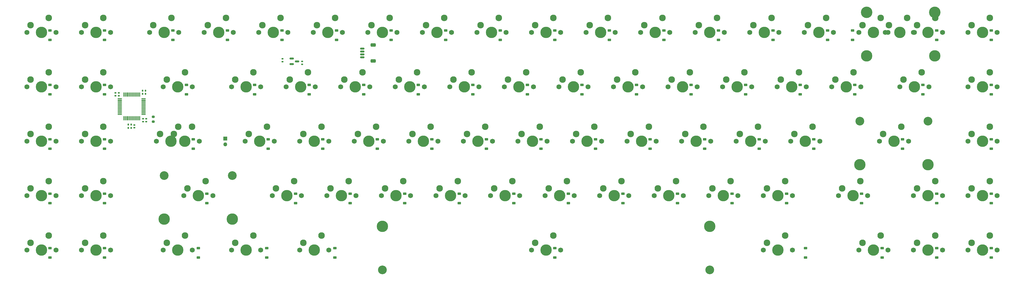
<source format=gbr>
%TF.GenerationSoftware,KiCad,Pcbnew,(7.99.0-267-g8440d7258b)*%
%TF.CreationDate,2024-08-03T18:55:56-07:00*%
%TF.ProjectId,379,3337392e-6b69-4636-9164-5f7063625858,rev?*%
%TF.SameCoordinates,Original*%
%TF.FileFunction,Soldermask,Bot*%
%TF.FilePolarity,Negative*%
%FSLAX46Y46*%
G04 Gerber Fmt 4.6, Leading zero omitted, Abs format (unit mm)*
G04 Created by KiCad (PCBNEW (7.99.0-267-g8440d7258b)) date 2024-08-03 18:55:56*
%MOMM*%
%LPD*%
G01*
G04 APERTURE LIST*
G04 Aperture macros list*
%AMRoundRect*
0 Rectangle with rounded corners*
0 $1 Rounding radius*
0 $2 $3 $4 $5 $6 $7 $8 $9 X,Y pos of 4 corners*
0 Add a 4 corners polygon primitive as box body*
4,1,4,$2,$3,$4,$5,$6,$7,$8,$9,$2,$3,0*
0 Add four circle primitives for the rounded corners*
1,1,$1+$1,$2,$3*
1,1,$1+$1,$4,$5*
1,1,$1+$1,$6,$7*
1,1,$1+$1,$8,$9*
0 Add four rect primitives between the rounded corners*
20,1,$1+$1,$2,$3,$4,$5,0*
20,1,$1+$1,$4,$5,$6,$7,0*
20,1,$1+$1,$6,$7,$8,$9,0*
20,1,$1+$1,$8,$9,$2,$3,0*%
G04 Aperture macros list end*
%ADD10C,1.750000*%
%ADD11C,3.987800*%
%ADD12C,2.300000*%
%ADD13C,3.048000*%
%ADD14C,4.000000*%
%ADD15RoundRect,0.140000X-0.140000X-0.170000X0.140000X-0.170000X0.140000X0.170000X-0.140000X0.170000X0*%
%ADD16RoundRect,0.225000X0.375000X-0.225000X0.375000X0.225000X-0.375000X0.225000X-0.375000X-0.225000X0*%
%ADD17RoundRect,0.140000X0.170000X-0.140000X0.170000X0.140000X-0.170000X0.140000X-0.170000X-0.140000X0*%
%ADD18RoundRect,0.140000X-0.170000X0.140000X-0.170000X-0.140000X0.170000X-0.140000X0.170000X0.140000X0*%
%ADD19RoundRect,0.150000X-0.625000X0.150000X-0.625000X-0.150000X0.625000X-0.150000X0.625000X0.150000X0*%
%ADD20RoundRect,0.250000X-0.650000X0.350000X-0.650000X-0.350000X0.650000X-0.350000X0.650000X0.350000X0*%
%ADD21RoundRect,0.075000X0.075000X-0.662500X0.075000X0.662500X-0.075000X0.662500X-0.075000X-0.662500X0*%
%ADD22RoundRect,0.075000X0.662500X-0.075000X0.662500X0.075000X-0.662500X0.075000X-0.662500X-0.075000X0*%
%ADD23R,1.350000X1.350000*%
%ADD24O,1.350000X1.350000*%
%ADD25RoundRect,0.150000X-0.587500X-0.150000X0.587500X-0.150000X0.587500X0.150000X-0.587500X0.150000X0*%
%ADD26RoundRect,0.200000X-0.275000X0.200000X-0.275000X-0.200000X0.275000X-0.200000X0.275000X0.200000X0*%
G04 APERTURE END LIST*
D10*
%TO.C,SW36*%
X177696000Y-67950000D03*
D11*
X182776000Y-67950000D03*
D10*
X187856000Y-67950000D03*
D12*
X178966000Y-65410000D03*
X185316000Y-62870000D03*
%TD*%
D10*
%TO.C,SW33*%
X168171000Y-87000000D03*
D11*
X173251000Y-87000000D03*
D10*
X178331000Y-87000000D03*
D12*
X169441000Y-84460000D03*
X175791000Y-81920000D03*
%TD*%
D10*
%TO.C,SW10*%
X44346000Y-106050000D03*
D11*
X49426000Y-106050000D03*
D10*
X54506000Y-106050000D03*
D12*
X45616000Y-103510000D03*
X51966000Y-100970000D03*
%TD*%
D10*
%TO.C,SW14*%
X80064750Y-87000000D03*
D11*
X85144750Y-87000000D03*
D10*
X90224750Y-87000000D03*
D12*
X81334750Y-84460000D03*
X87684750Y-81920000D03*
%TD*%
D10*
%TO.C,SW70*%
X315808500Y-29850000D03*
D11*
X320888500Y-29850000D03*
D10*
X325968500Y-29850000D03*
D12*
X317078500Y-27310000D03*
X323428500Y-24770000D03*
%TD*%
D10*
%TO.C,SW51*%
X239608500Y-29850000D03*
D11*
X244688500Y-29850000D03*
D10*
X249768500Y-29850000D03*
D12*
X240878500Y-27310000D03*
X247228500Y-24770000D03*
%TD*%
D10*
%TO.C,SW4*%
X25296000Y-87000000D03*
D11*
X30376000Y-87000000D03*
D10*
X35456000Y-87000000D03*
D12*
X26566000Y-84460000D03*
X32916000Y-81920000D03*
%TD*%
D13*
%TO.C,S3*%
X73238500Y-80015000D03*
D11*
X73238500Y-95255000D03*
D13*
X97051000Y-80015000D03*
D11*
X97051000Y-95255000D03*
%TD*%
D10*
%TO.C,SW76*%
X353908500Y-67950000D03*
D11*
X358988500Y-67950000D03*
D10*
X364068500Y-67950000D03*
D12*
X355178500Y-65410000D03*
X361528500Y-62870000D03*
%TD*%
D10*
%TO.C,SW29*%
X149121000Y-87000000D03*
D11*
X154201000Y-87000000D03*
D10*
X159281000Y-87000000D03*
D12*
X150391000Y-84460000D03*
X156741000Y-81920000D03*
%TD*%
D10*
%TO.C,SW2*%
X25296000Y-48900000D03*
D11*
X30376000Y-48900000D03*
D10*
X35456000Y-48900000D03*
D12*
X26566000Y-46360000D03*
X32916000Y-43820000D03*
%TD*%
D10*
%TO.C,SW78*%
X353908500Y-106050000D03*
D11*
X358988500Y-106050000D03*
D10*
X364068500Y-106050000D03*
D12*
X355178500Y-103510000D03*
X361528500Y-100970000D03*
%TD*%
D13*
%TO.C,S4*%
X263738500Y-113035000D03*
D11*
X263738500Y-97795000D03*
D13*
X149438500Y-113035000D03*
D11*
X149438500Y-97795000D03*
%TD*%
D10*
%TO.C,SW7*%
X44346000Y-48900000D03*
D11*
X49426000Y-48900000D03*
D10*
X54506000Y-48900000D03*
D12*
X45616000Y-46360000D03*
X51966000Y-43820000D03*
%TD*%
D10*
%TO.C,SW1*%
X25296000Y-29850000D03*
D11*
X30376000Y-29850000D03*
D10*
X35456000Y-29850000D03*
D12*
X26566000Y-27310000D03*
X32916000Y-24770000D03*
%TD*%
D10*
%TO.C,SW53*%
X253896000Y-67950000D03*
D11*
X258976000Y-67950000D03*
D10*
X264056000Y-67950000D03*
D12*
X255166000Y-65410000D03*
X261516000Y-62870000D03*
%TD*%
D10*
%TO.C,SW61*%
X277708500Y-29850000D03*
D11*
X282788500Y-29850000D03*
D10*
X287868500Y-29850000D03*
D12*
X278978500Y-27310000D03*
X285328500Y-24770000D03*
%TD*%
D10*
%TO.C,SW44*%
X211033500Y-48900000D03*
D11*
X216113500Y-48900000D03*
D10*
X221193500Y-48900000D03*
D12*
X212303500Y-46360000D03*
X218653500Y-43820000D03*
%TD*%
D10*
%TO.C,SW23*%
X120546000Y-67950000D03*
D11*
X125626000Y-67950000D03*
D10*
X130706000Y-67950000D03*
D12*
X121816000Y-65410000D03*
X128166000Y-62870000D03*
%TD*%
D10*
%TO.C,SW71*%
X330096000Y-48900000D03*
D11*
X335176000Y-48900000D03*
D10*
X340256000Y-48900000D03*
D12*
X331366000Y-46360000D03*
X337716000Y-43820000D03*
%TD*%
D10*
%TO.C,SW9*%
X44346000Y-87000000D03*
D11*
X49426000Y-87000000D03*
D10*
X54506000Y-87000000D03*
D12*
X45616000Y-84460000D03*
X51966000Y-81920000D03*
%TD*%
D10*
%TO.C,SW15*%
X72921000Y-106050000D03*
D11*
X78001000Y-106050000D03*
D10*
X83081000Y-106050000D03*
D12*
X74191000Y-103510000D03*
X80541000Y-100970000D03*
%TD*%
D14*
%TO.C,S1*%
X318507250Y-22865000D03*
D11*
X318507250Y-38105000D03*
D14*
X342319750Y-22865000D03*
D11*
X342319750Y-38105000D03*
%TD*%
D10*
%TO.C,SW25*%
X120546000Y-106050000D03*
D11*
X125626000Y-106050000D03*
D10*
X130706000Y-106050000D03*
D12*
X121816000Y-103510000D03*
X128166000Y-100970000D03*
%TD*%
D10*
%TO.C,SW30*%
X144358500Y-29850000D03*
D11*
X149438500Y-29850000D03*
D10*
X154518500Y-29850000D03*
D12*
X145628500Y-27310000D03*
X151978500Y-24770000D03*
%TD*%
D10*
%TO.C,SW34*%
X163408500Y-29850000D03*
D11*
X168488500Y-29850000D03*
D10*
X173568500Y-29850000D03*
D12*
X164678500Y-27310000D03*
X171028500Y-24770000D03*
%TD*%
D10*
%TO.C,SW24*%
X130071000Y-87000000D03*
D11*
X135151000Y-87000000D03*
D10*
X140231000Y-87000000D03*
D12*
X131341000Y-84460000D03*
X137691000Y-81920000D03*
%TD*%
D10*
%TO.C,SW13*%
X75302250Y-67950000D03*
D11*
X80382250Y-67950000D03*
D10*
X85462250Y-67950000D03*
D12*
X76572250Y-65410000D03*
X82922250Y-62870000D03*
%TD*%
D10*
%TO.C,SW41*%
X206271000Y-87000000D03*
D11*
X211351000Y-87000000D03*
D10*
X216431000Y-87000000D03*
D12*
X207541000Y-84460000D03*
X213891000Y-81920000D03*
%TD*%
D10*
%TO.C,SW5*%
X25296000Y-106050000D03*
D11*
X30376000Y-106050000D03*
D10*
X35456000Y-106050000D03*
D12*
X26566000Y-103510000D03*
X32916000Y-100970000D03*
%TD*%
D10*
%TO.C,SW18*%
X101496000Y-67950000D03*
D11*
X106576000Y-67950000D03*
D10*
X111656000Y-67950000D03*
D12*
X102766000Y-65410000D03*
X109116000Y-62870000D03*
%TD*%
D10*
%TO.C,SW19*%
X111021000Y-87000000D03*
D11*
X116101000Y-87000000D03*
D10*
X121181000Y-87000000D03*
D12*
X112291000Y-84460000D03*
X118641000Y-81920000D03*
%TD*%
D10*
%TO.C,SW75*%
X353908500Y-29850000D03*
D11*
X358988500Y-29850000D03*
D10*
X364068500Y-29850000D03*
D12*
X355178500Y-27310000D03*
X361528500Y-24770000D03*
%TD*%
D10*
%TO.C,SW72*%
X353908500Y-48900000D03*
D11*
X358988500Y-48900000D03*
D10*
X364068500Y-48900000D03*
D12*
X355178500Y-46360000D03*
X361528500Y-43820000D03*
%TD*%
D10*
%TO.C,SW12*%
X72921000Y-48900000D03*
D11*
X78001000Y-48900000D03*
D10*
X83081000Y-48900000D03*
D12*
X74191000Y-46360000D03*
X80541000Y-43820000D03*
%TD*%
D10*
%TO.C,SW3*%
X25296000Y-67950000D03*
D11*
X30376000Y-67950000D03*
D10*
X35456000Y-67950000D03*
D12*
X26566000Y-65410000D03*
X32916000Y-62870000D03*
%TD*%
D10*
%TO.C,SW68*%
X334858500Y-87000000D03*
D11*
X339938500Y-87000000D03*
D10*
X345018500Y-87000000D03*
D12*
X336128500Y-84460000D03*
X342478500Y-81920000D03*
%TD*%
D10*
%TO.C,SW83*%
X325016000Y-29850000D03*
D11*
X330096000Y-29850000D03*
D10*
X335176000Y-29850000D03*
D12*
X326286000Y-27310000D03*
X332636000Y-24770000D03*
%TD*%
D10*
%TO.C,SW50*%
X244371000Y-87000000D03*
D11*
X249451000Y-87000000D03*
D10*
X254531000Y-87000000D03*
D12*
X245641000Y-84460000D03*
X251991000Y-81920000D03*
%TD*%
D10*
%TO.C,SW42*%
X201508500Y-106050000D03*
D11*
X206588500Y-106050000D03*
D10*
X211668500Y-106050000D03*
D12*
X202778500Y-103510000D03*
X209128500Y-100970000D03*
%TD*%
D10*
%TO.C,SW52*%
X249133500Y-48900000D03*
D11*
X254213500Y-48900000D03*
D10*
X259293500Y-48900000D03*
D12*
X250403500Y-46360000D03*
X256753500Y-43820000D03*
%TD*%
D10*
%TO.C,SW77*%
X353908500Y-87000000D03*
D11*
X358988500Y-87000000D03*
D10*
X364068500Y-87000000D03*
D12*
X355178500Y-84460000D03*
X361528500Y-81920000D03*
%TD*%
D10*
%TO.C,SW28*%
X139596000Y-67950000D03*
D11*
X144676000Y-67950000D03*
D10*
X149756000Y-67950000D03*
D12*
X140866000Y-65410000D03*
X147216000Y-62870000D03*
%TD*%
D10*
%TO.C,SW65*%
X296758500Y-29850000D03*
D11*
X301838500Y-29850000D03*
D10*
X306918500Y-29850000D03*
D12*
X298028500Y-27310000D03*
X304378500Y-24770000D03*
%TD*%
D10*
%TO.C,SW54*%
X263421000Y-87000000D03*
D11*
X268501000Y-87000000D03*
D10*
X273581000Y-87000000D03*
D12*
X264691000Y-84460000D03*
X271041000Y-81920000D03*
%TD*%
D10*
%TO.C,SW67*%
X322952250Y-67950000D03*
D11*
X328032250Y-67950000D03*
D10*
X333112250Y-67950000D03*
D12*
X324222250Y-65410000D03*
X330572250Y-62870000D03*
%TD*%
D10*
%TO.C,SW8*%
X44346000Y-67950000D03*
D11*
X49426000Y-67950000D03*
D10*
X54506000Y-67950000D03*
D12*
X45616000Y-65410000D03*
X51966000Y-62870000D03*
%TD*%
D10*
%TO.C,SW48*%
X230083500Y-48900000D03*
D11*
X235163500Y-48900000D03*
D10*
X240243500Y-48900000D03*
D12*
X231353500Y-46360000D03*
X237703500Y-43820000D03*
%TD*%
D10*
%TO.C,SW20*%
X96733500Y-106050000D03*
D11*
X101813500Y-106050000D03*
D10*
X106893500Y-106050000D03*
D12*
X98003500Y-103510000D03*
X104353500Y-100970000D03*
%TD*%
D10*
%TO.C,SW69*%
X315808500Y-106050000D03*
D11*
X320888500Y-106050000D03*
D10*
X325968500Y-106050000D03*
D12*
X317078500Y-103510000D03*
X323428500Y-100970000D03*
%TD*%
D10*
%TO.C,SW66*%
X306283500Y-48900000D03*
D11*
X311363500Y-48900000D03*
D10*
X316443500Y-48900000D03*
D12*
X307553500Y-46360000D03*
X313903500Y-43820000D03*
%TD*%
D10*
%TO.C,SW56*%
X258658500Y-29850000D03*
D11*
X263738500Y-29850000D03*
D10*
X268818500Y-29850000D03*
D12*
X259928500Y-27310000D03*
X266278500Y-24770000D03*
%TD*%
D10*
%TO.C,SW40*%
X196746000Y-67950000D03*
D11*
X201826000Y-67950000D03*
D10*
X206906000Y-67950000D03*
D12*
X198016000Y-65410000D03*
X204366000Y-62870000D03*
%TD*%
D10*
%TO.C,SW22*%
X115783500Y-48900000D03*
D11*
X120863500Y-48900000D03*
D10*
X125943500Y-48900000D03*
D12*
X117053500Y-46360000D03*
X123403500Y-43820000D03*
%TD*%
D10*
%TO.C,SW60*%
X282471000Y-106050000D03*
D11*
X287551000Y-106050000D03*
D10*
X292631000Y-106050000D03*
D12*
X283741000Y-103510000D03*
X290091000Y-100970000D03*
%TD*%
D10*
%TO.C,SW46*%
X225321000Y-87000000D03*
D11*
X230401000Y-87000000D03*
D10*
X235481000Y-87000000D03*
D12*
X226591000Y-84460000D03*
X232941000Y-81920000D03*
%TD*%
D10*
%TO.C,SW37*%
X187221000Y-87000000D03*
D11*
X192301000Y-87000000D03*
D10*
X197381000Y-87000000D03*
D12*
X188491000Y-84460000D03*
X194841000Y-81920000D03*
%TD*%
D10*
%TO.C,SW31*%
X153883500Y-48900000D03*
D11*
X158963500Y-48900000D03*
D10*
X164043500Y-48900000D03*
D12*
X155153500Y-46360000D03*
X161503500Y-43820000D03*
%TD*%
D10*
%TO.C,SW43*%
X201508500Y-29850000D03*
D11*
X206588500Y-29850000D03*
D10*
X211668500Y-29850000D03*
D12*
X202778500Y-27310000D03*
X209128500Y-24770000D03*
%TD*%
D10*
%TO.C,SW11*%
X68158500Y-29850000D03*
D11*
X73238500Y-29850000D03*
D10*
X78318500Y-29850000D03*
D12*
X69428500Y-27310000D03*
X75778500Y-24770000D03*
%TD*%
D10*
%TO.C,SW47*%
X220558500Y-29850000D03*
D11*
X225638500Y-29850000D03*
D10*
X230718500Y-29850000D03*
D12*
X221828500Y-27310000D03*
X228178500Y-24770000D03*
%TD*%
D10*
%TO.C,SW27*%
X134833500Y-48900000D03*
D11*
X139913500Y-48900000D03*
D10*
X144993500Y-48900000D03*
D12*
X136103500Y-46360000D03*
X142453500Y-43820000D03*
%TD*%
D10*
%TO.C,SW35*%
X172933500Y-48900000D03*
D11*
X178013500Y-48900000D03*
D10*
X183093500Y-48900000D03*
D12*
X174203500Y-46360000D03*
X180553500Y-43820000D03*
%TD*%
D10*
%TO.C,SW6*%
X44346000Y-29850000D03*
D11*
X49426000Y-29850000D03*
D10*
X54506000Y-29850000D03*
D12*
X45616000Y-27310000D03*
X51966000Y-24770000D03*
%TD*%
D10*
%TO.C,SW45*%
X215796000Y-67950000D03*
D11*
X220876000Y-67950000D03*
D10*
X225956000Y-67950000D03*
D12*
X217066000Y-65410000D03*
X223416000Y-62870000D03*
%TD*%
D10*
%TO.C,SW59*%
X282471000Y-87000000D03*
D11*
X287551000Y-87000000D03*
D10*
X292631000Y-87000000D03*
D12*
X283741000Y-84460000D03*
X290091000Y-81920000D03*
%TD*%
D10*
%TO.C,SW58*%
X272946000Y-67950000D03*
D11*
X278026000Y-67950000D03*
D10*
X283106000Y-67950000D03*
D12*
X274216000Y-65410000D03*
X280566000Y-62870000D03*
%TD*%
D10*
%TO.C,SW49*%
X234846000Y-67950000D03*
D11*
X239926000Y-67950000D03*
D10*
X245006000Y-67950000D03*
D12*
X236116000Y-65410000D03*
X242466000Y-62870000D03*
%TD*%
D10*
%TO.C,SW57*%
X268183500Y-48900000D03*
D11*
X273263500Y-48900000D03*
D10*
X278343500Y-48900000D03*
D12*
X269453500Y-46360000D03*
X275803500Y-43820000D03*
%TD*%
D10*
%TO.C,SW17*%
X96733500Y-48900000D03*
D11*
X101813500Y-48900000D03*
D10*
X106893500Y-48900000D03*
D12*
X98003500Y-46360000D03*
X104353500Y-43820000D03*
%TD*%
D10*
%TO.C,SW16*%
X87208500Y-29850000D03*
D11*
X92288500Y-29850000D03*
D10*
X97368500Y-29850000D03*
D12*
X88478500Y-27310000D03*
X94828500Y-24770000D03*
%TD*%
D13*
%TO.C,S2*%
X316126000Y-60965000D03*
D11*
X316126000Y-76205000D03*
D13*
X339938500Y-60965000D03*
D11*
X339938500Y-76205000D03*
%TD*%
D10*
%TO.C,SW73*%
X334858500Y-106050000D03*
D11*
X339938500Y-106050000D03*
D10*
X345018500Y-106050000D03*
D12*
X336128500Y-103510000D03*
X342478500Y-100970000D03*
%TD*%
D10*
%TO.C,SW84*%
X70539750Y-67950000D03*
D11*
X75619750Y-67950000D03*
D10*
X80699750Y-67950000D03*
D12*
X71809750Y-65410000D03*
X78159750Y-62870000D03*
%TD*%
D10*
%TO.C,SW64*%
X308664750Y-87000000D03*
D11*
X313744750Y-87000000D03*
D10*
X318824750Y-87000000D03*
D12*
X309934750Y-84460000D03*
X316284750Y-81920000D03*
%TD*%
D10*
%TO.C,SW62*%
X287233500Y-48900000D03*
D11*
X292313500Y-48900000D03*
D10*
X297393500Y-48900000D03*
D12*
X288503500Y-46360000D03*
X294853500Y-43820000D03*
%TD*%
D10*
%TO.C,SW63*%
X291996000Y-67950000D03*
D11*
X297076000Y-67950000D03*
D10*
X302156000Y-67950000D03*
D12*
X293266000Y-65410000D03*
X299616000Y-62870000D03*
%TD*%
D10*
%TO.C,SW32*%
X158646000Y-67950000D03*
D11*
X163726000Y-67950000D03*
D10*
X168806000Y-67950000D03*
D12*
X159916000Y-65410000D03*
X166266000Y-62870000D03*
%TD*%
D10*
%TO.C,SW38*%
X182458500Y-29850000D03*
D11*
X187538500Y-29850000D03*
D10*
X192618500Y-29850000D03*
D12*
X183728500Y-27310000D03*
X190078500Y-24770000D03*
%TD*%
D10*
%TO.C,SW39*%
X191983500Y-48900000D03*
D11*
X197063500Y-48900000D03*
D10*
X202143500Y-48900000D03*
D12*
X193253500Y-46360000D03*
X199603500Y-43820000D03*
%TD*%
D10*
%TO.C,SW21*%
X106258500Y-29850000D03*
D11*
X111338500Y-29850000D03*
D10*
X116418500Y-29850000D03*
D12*
X107528500Y-27310000D03*
X113878500Y-24770000D03*
%TD*%
D10*
%TO.C,SW74*%
X334858500Y-29850000D03*
D11*
X339938500Y-29850000D03*
D10*
X345018500Y-29850000D03*
D12*
X336128500Y-27310000D03*
X342478500Y-24770000D03*
%TD*%
D10*
%TO.C,SW26*%
X125308500Y-29850000D03*
D11*
X130388500Y-29850000D03*
D10*
X135468500Y-29850000D03*
D12*
X126578500Y-27310000D03*
X132928500Y-24770000D03*
%TD*%
D15*
%TO.C,C8*%
X60714517Y-63279394D03*
X61674517Y-63279394D03*
%TD*%
D16*
%TO.C,D69*%
X323888500Y-108700000D03*
X323888500Y-105400000D03*
%TD*%
%TO.C,D56*%
X266738500Y-32500000D03*
X266738500Y-29200000D03*
%TD*%
%TO.C,D68*%
X342938500Y-89650000D03*
X342938500Y-86350000D03*
%TD*%
%TO.C,D12*%
X81001000Y-51550000D03*
X81001000Y-48250000D03*
%TD*%
%TO.C,D40*%
X204826000Y-70600000D03*
X204826000Y-67300000D03*
%TD*%
%TO.C,D58*%
X281026000Y-70600000D03*
X281026000Y-67300000D03*
%TD*%
%TO.C,D45*%
X223876000Y-70600000D03*
X223876000Y-67300000D03*
%TD*%
%TO.C,D31*%
X161963500Y-51550000D03*
X161963500Y-48250000D03*
%TD*%
%TO.C,D29*%
X157201000Y-89650000D03*
X157201000Y-86350000D03*
%TD*%
%TO.C,D63*%
X300076000Y-70600000D03*
X300076000Y-67300000D03*
%TD*%
%TO.C,D43*%
X209588500Y-32500000D03*
X209588500Y-29200000D03*
%TD*%
%TO.C,D70*%
X313600000Y-32500000D03*
X313600000Y-29200000D03*
%TD*%
%TO.C,D41*%
X214351000Y-89650000D03*
X214351000Y-86350000D03*
%TD*%
D15*
%TO.C,C6*%
X65720000Y-50268630D03*
X66680000Y-50268630D03*
%TD*%
D16*
%TO.C,D20*%
X109000000Y-108700000D03*
X109000000Y-105400000D03*
%TD*%
%TO.C,D30*%
X152438500Y-32500000D03*
X152438500Y-29200000D03*
%TD*%
D17*
%TO.C,C12*%
X114576000Y-40080000D03*
X114576000Y-39120000D03*
%TD*%
D16*
%TO.C,D1*%
X33376000Y-32500000D03*
X33376000Y-29200000D03*
%TD*%
%TO.C,D16*%
X95288500Y-32500000D03*
X95288500Y-29200000D03*
%TD*%
%TO.C,D7*%
X52426000Y-51550000D03*
X52426000Y-48250000D03*
%TD*%
D15*
%TO.C,C3*%
X65720000Y-51400000D03*
X66680000Y-51400000D03*
%TD*%
D16*
%TO.C,D59*%
X290551000Y-89650000D03*
X290551000Y-86350000D03*
%TD*%
D15*
%TO.C,C5*%
X60714517Y-62148023D03*
X61674517Y-62148023D03*
%TD*%
D16*
%TO.C,D66*%
X314363500Y-51550000D03*
X314363500Y-48250000D03*
%TD*%
%TO.C,D62*%
X295313500Y-51550000D03*
X295313500Y-48250000D03*
%TD*%
%TO.C,D21*%
X114338500Y-32500000D03*
X114338500Y-29200000D03*
%TD*%
%TO.C,D13*%
X83382250Y-70600000D03*
X83382250Y-67300000D03*
%TD*%
%TO.C,D33*%
X176251000Y-89650000D03*
X176251000Y-86350000D03*
%TD*%
%TO.C,D67*%
X331032250Y-70600000D03*
X331032250Y-67300000D03*
%TD*%
%TO.C,D8*%
X52426000Y-70600000D03*
X52426000Y-67300000D03*
%TD*%
%TO.C,D19*%
X119101000Y-89650000D03*
X119101000Y-86350000D03*
%TD*%
%TO.C,D46*%
X233401000Y-89650000D03*
X233401000Y-86350000D03*
%TD*%
%TO.C,D64*%
X316744750Y-89650000D03*
X316744750Y-86350000D03*
%TD*%
%TO.C,D27*%
X142913500Y-51550000D03*
X142913500Y-48250000D03*
%TD*%
%TO.C,D10*%
X52426000Y-108700000D03*
X52426000Y-105400000D03*
%TD*%
%TO.C,D48*%
X238163500Y-51550000D03*
X238163500Y-48250000D03*
%TD*%
%TO.C,D49*%
X242926000Y-70600000D03*
X242926000Y-67300000D03*
%TD*%
%TO.C,D17*%
X104813500Y-51550000D03*
X104813500Y-48250000D03*
%TD*%
%TO.C,D22*%
X123863500Y-51550000D03*
X123863500Y-48250000D03*
%TD*%
%TO.C,D38*%
X190538500Y-32500000D03*
X190538500Y-29200000D03*
%TD*%
%TO.C,D74*%
X342938500Y-32500000D03*
X342938500Y-29200000D03*
%TD*%
D17*
%TO.C,C1*%
X56244770Y-52021422D03*
X56244770Y-51061422D03*
%TD*%
D16*
%TO.C,D39*%
X200063500Y-51550000D03*
X200063500Y-48250000D03*
%TD*%
%TO.C,D6*%
X52426000Y-32500000D03*
X52426000Y-29200000D03*
%TD*%
D18*
%TO.C,C4*%
X65861422Y-60112389D03*
X65861422Y-61072389D03*
%TD*%
%TO.C,C7*%
X66992793Y-60112389D03*
X66992793Y-61072389D03*
%TD*%
D16*
%TO.C,D73*%
X342938500Y-108700000D03*
X342938500Y-105400000D03*
%TD*%
%TO.C,D3*%
X33376000Y-70600000D03*
X33376000Y-67300000D03*
%TD*%
%TO.C,D65*%
X304838500Y-32500000D03*
X304838500Y-29200000D03*
%TD*%
%TO.C,D50*%
X252451000Y-89650000D03*
X252451000Y-86350000D03*
%TD*%
%TO.C,D35*%
X181013500Y-51550000D03*
X181013500Y-48250000D03*
%TD*%
%TO.C,D11*%
X76238500Y-32500000D03*
X76238500Y-29200000D03*
%TD*%
%TO.C,D47*%
X228638500Y-32500000D03*
X228638500Y-29200000D03*
%TD*%
%TO.C,D60*%
X297200000Y-108700000D03*
X297200000Y-105400000D03*
%TD*%
%TO.C,D61*%
X285788500Y-32500000D03*
X285788500Y-29200000D03*
%TD*%
%TO.C,D9*%
X52426000Y-89650000D03*
X52426000Y-86350000D03*
%TD*%
%TO.C,D76*%
X361988500Y-70600000D03*
X361988500Y-67300000D03*
%TD*%
%TO.C,D78*%
X361988500Y-108700000D03*
X361988500Y-105400000D03*
%TD*%
%TO.C,D37*%
X195301000Y-89650000D03*
X195301000Y-86350000D03*
%TD*%
D19*
%TO.C,J1*%
X142376000Y-35550000D03*
X142376000Y-36550000D03*
X142376000Y-37550000D03*
X142376000Y-38550000D03*
D20*
X146251000Y-34250000D03*
X146251000Y-39850000D03*
%TD*%
D16*
%TO.C,D54*%
X271501000Y-89650000D03*
X271501000Y-86350000D03*
%TD*%
%TO.C,D5*%
X33376000Y-108700000D03*
X33376000Y-105400000D03*
%TD*%
%TO.C,D32*%
X166726000Y-70600000D03*
X166726000Y-67300000D03*
%TD*%
%TO.C,D14*%
X88144750Y-89650000D03*
X88144750Y-86350000D03*
%TD*%
%TO.C,D72*%
X361988500Y-51550000D03*
X361988500Y-48250000D03*
%TD*%
D21*
%TO.C,U1*%
X64651624Y-59946562D03*
X64151624Y-59946562D03*
X63651624Y-59946562D03*
X63151624Y-59946562D03*
X62651624Y-59946562D03*
X62151624Y-59946562D03*
X61651624Y-59946562D03*
X61151624Y-59946562D03*
X60651624Y-59946562D03*
X60151624Y-59946562D03*
X59651624Y-59946562D03*
X59151624Y-59946562D03*
D22*
X57739124Y-58534062D03*
X57739124Y-58034062D03*
X57739124Y-57534062D03*
X57739124Y-57034062D03*
X57739124Y-56534062D03*
X57739124Y-56034062D03*
X57739124Y-55534062D03*
X57739124Y-55034062D03*
X57739124Y-54534062D03*
X57739124Y-54034062D03*
X57739124Y-53534062D03*
X57739124Y-53034062D03*
D21*
X59151624Y-51621562D03*
X59651624Y-51621562D03*
X60151624Y-51621562D03*
X60651624Y-51621562D03*
X61151624Y-51621562D03*
X61651624Y-51621562D03*
X62151624Y-51621562D03*
X62651624Y-51621562D03*
X63151624Y-51621562D03*
X63651624Y-51621562D03*
X64151624Y-51621562D03*
X64651624Y-51621562D03*
D22*
X66064124Y-53034062D03*
X66064124Y-53534062D03*
X66064124Y-54034062D03*
X66064124Y-54534062D03*
X66064124Y-55034062D03*
X66064124Y-55534062D03*
X66064124Y-56034062D03*
X66064124Y-56534062D03*
X66064124Y-57034062D03*
X66064124Y-57534062D03*
X66064124Y-58034062D03*
X66064124Y-58534062D03*
%TD*%
D16*
%TO.C,D44*%
X219113500Y-51550000D03*
X219113500Y-48250000D03*
%TD*%
%TO.C,D57*%
X276263500Y-51550000D03*
X276263500Y-48250000D03*
%TD*%
%TO.C,D51*%
X247688500Y-32500000D03*
X247688500Y-29200000D03*
%TD*%
%TO.C,D18*%
X109576000Y-70600000D03*
X109576000Y-67300000D03*
%TD*%
%TO.C,D71*%
X338176000Y-51550000D03*
X338176000Y-48250000D03*
%TD*%
D23*
%TO.C,SW100*%
X94575999Y-67049999D03*
D24*
X94575999Y-69049999D03*
%TD*%
D18*
%TO.C,C10*%
X62776000Y-62250000D03*
X62776000Y-63210000D03*
%TD*%
D16*
%TO.C,D77*%
X361988500Y-89650000D03*
X361988500Y-86350000D03*
%TD*%
D17*
%TO.C,C11*%
X121376000Y-41000000D03*
X121376000Y-40040000D03*
%TD*%
%TO.C,C2*%
X57376141Y-52021422D03*
X57376141Y-51061422D03*
%TD*%
D25*
%TO.C,U2*%
X117725000Y-40950000D03*
X117725000Y-39050000D03*
X119600000Y-40000000D03*
%TD*%
D16*
%TO.C,D53*%
X261976000Y-70600000D03*
X261976000Y-67300000D03*
%TD*%
%TO.C,D42*%
X209588500Y-108700000D03*
X209588500Y-105400000D03*
%TD*%
%TO.C,D23*%
X128626000Y-70600000D03*
X128626000Y-67300000D03*
%TD*%
%TO.C,D2*%
X33376000Y-51550000D03*
X33376000Y-48250000D03*
%TD*%
%TO.C,D26*%
X133388500Y-32500000D03*
X133388500Y-29200000D03*
%TD*%
%TO.C,D34*%
X171488500Y-32500000D03*
X171488500Y-29200000D03*
%TD*%
%TO.C,D25*%
X132800000Y-108700000D03*
X132800000Y-105400000D03*
%TD*%
%TO.C,D52*%
X257213500Y-51550000D03*
X257213500Y-48250000D03*
%TD*%
%TO.C,D28*%
X147676000Y-70600000D03*
X147676000Y-67300000D03*
%TD*%
%TO.C,D4*%
X33376000Y-89650000D03*
X33376000Y-86350000D03*
%TD*%
%TO.C,D75*%
X361988500Y-32500000D03*
X361988500Y-29200000D03*
%TD*%
D26*
%TO.C,R1*%
X69376000Y-59425000D03*
X69376000Y-61075000D03*
%TD*%
D16*
%TO.C,D15*%
X85200000Y-108700000D03*
X85200000Y-105400000D03*
%TD*%
%TO.C,D24*%
X138151000Y-89650000D03*
X138151000Y-86350000D03*
%TD*%
%TO.C,D36*%
X185776000Y-70600000D03*
X185776000Y-67300000D03*
%TD*%
M02*

</source>
